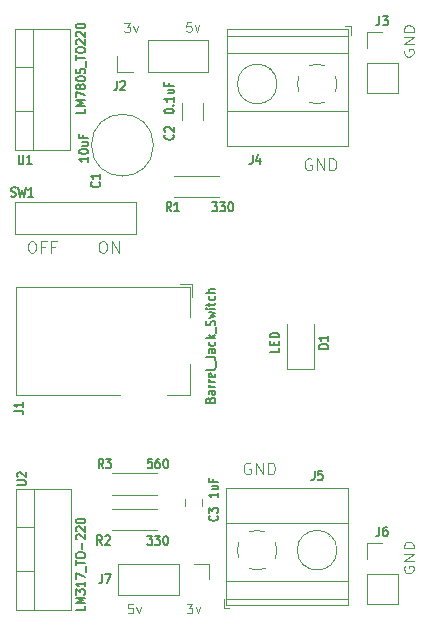
<source format=gto>
%TF.GenerationSoftware,KiCad,Pcbnew,8.0.7*%
%TF.CreationDate,2025-02-08T15:19:53+05:30*%
%TF.ProjectId,Bread_Board_Power_supply,42726561-645f-4426-9f61-72645f506f77,rev?*%
%TF.SameCoordinates,Original*%
%TF.FileFunction,Legend,Top*%
%TF.FilePolarity,Positive*%
%FSLAX46Y46*%
G04 Gerber Fmt 4.6, Leading zero omitted, Abs format (unit mm)*
G04 Created by KiCad (PCBNEW 8.0.7) date 2025-02-08 15:19:53*
%MOMM*%
%LPD*%
G01*
G04 APERTURE LIST*
%ADD10C,0.100000*%
%ADD11C,0.150000*%
%ADD12C,0.120000*%
G04 APERTURE END LIST*
D10*
X78887217Y-147096895D02*
X78506265Y-147096895D01*
X78506265Y-147096895D02*
X78468169Y-147477847D01*
X78468169Y-147477847D02*
X78506265Y-147439752D01*
X78506265Y-147439752D02*
X78582455Y-147401657D01*
X78582455Y-147401657D02*
X78772931Y-147401657D01*
X78772931Y-147401657D02*
X78849122Y-147439752D01*
X78849122Y-147439752D02*
X78887217Y-147477847D01*
X78887217Y-147477847D02*
X78925312Y-147554038D01*
X78925312Y-147554038D02*
X78925312Y-147744514D01*
X78925312Y-147744514D02*
X78887217Y-147820704D01*
X78887217Y-147820704D02*
X78849122Y-147858800D01*
X78849122Y-147858800D02*
X78772931Y-147896895D01*
X78772931Y-147896895D02*
X78582455Y-147896895D01*
X78582455Y-147896895D02*
X78506265Y-147858800D01*
X78506265Y-147858800D02*
X78468169Y-147820704D01*
X79191979Y-147363561D02*
X79382455Y-147896895D01*
X79382455Y-147896895D02*
X79572932Y-147363561D01*
X88827693Y-135170038D02*
X88732455Y-135122419D01*
X88732455Y-135122419D02*
X88589598Y-135122419D01*
X88589598Y-135122419D02*
X88446741Y-135170038D01*
X88446741Y-135170038D02*
X88351503Y-135265276D01*
X88351503Y-135265276D02*
X88303884Y-135360514D01*
X88303884Y-135360514D02*
X88256265Y-135550990D01*
X88256265Y-135550990D02*
X88256265Y-135693847D01*
X88256265Y-135693847D02*
X88303884Y-135884323D01*
X88303884Y-135884323D02*
X88351503Y-135979561D01*
X88351503Y-135979561D02*
X88446741Y-136074800D01*
X88446741Y-136074800D02*
X88589598Y-136122419D01*
X88589598Y-136122419D02*
X88684836Y-136122419D01*
X88684836Y-136122419D02*
X88827693Y-136074800D01*
X88827693Y-136074800D02*
X88875312Y-136027180D01*
X88875312Y-136027180D02*
X88875312Y-135693847D01*
X88875312Y-135693847D02*
X88684836Y-135693847D01*
X89303884Y-136122419D02*
X89303884Y-135122419D01*
X89303884Y-135122419D02*
X89875312Y-136122419D01*
X89875312Y-136122419D02*
X89875312Y-135122419D01*
X90351503Y-136122419D02*
X90351503Y-135122419D01*
X90351503Y-135122419D02*
X90589598Y-135122419D01*
X90589598Y-135122419D02*
X90732455Y-135170038D01*
X90732455Y-135170038D02*
X90827693Y-135265276D01*
X90827693Y-135265276D02*
X90875312Y-135360514D01*
X90875312Y-135360514D02*
X90922931Y-135550990D01*
X90922931Y-135550990D02*
X90922931Y-135693847D01*
X90922931Y-135693847D02*
X90875312Y-135884323D01*
X90875312Y-135884323D02*
X90827693Y-135979561D01*
X90827693Y-135979561D02*
X90732455Y-136074800D01*
X90732455Y-136074800D02*
X90589598Y-136122419D01*
X90589598Y-136122419D02*
X90351503Y-136122419D01*
X101884990Y-100172306D02*
X101846895Y-100267544D01*
X101846895Y-100267544D02*
X101846895Y-100410401D01*
X101846895Y-100410401D02*
X101884990Y-100553258D01*
X101884990Y-100553258D02*
X101961180Y-100648496D01*
X101961180Y-100648496D02*
X102037371Y-100696115D01*
X102037371Y-100696115D02*
X102189752Y-100743734D01*
X102189752Y-100743734D02*
X102304038Y-100743734D01*
X102304038Y-100743734D02*
X102456419Y-100696115D01*
X102456419Y-100696115D02*
X102532609Y-100648496D01*
X102532609Y-100648496D02*
X102608800Y-100553258D01*
X102608800Y-100553258D02*
X102646895Y-100410401D01*
X102646895Y-100410401D02*
X102646895Y-100315163D01*
X102646895Y-100315163D02*
X102608800Y-100172306D01*
X102608800Y-100172306D02*
X102570704Y-100124687D01*
X102570704Y-100124687D02*
X102304038Y-100124687D01*
X102304038Y-100124687D02*
X102304038Y-100315163D01*
X102646895Y-99696115D02*
X101846895Y-99696115D01*
X101846895Y-99696115D02*
X102646895Y-99124687D01*
X102646895Y-99124687D02*
X101846895Y-99124687D01*
X102646895Y-98648496D02*
X101846895Y-98648496D01*
X101846895Y-98648496D02*
X101846895Y-98410401D01*
X101846895Y-98410401D02*
X101884990Y-98267544D01*
X101884990Y-98267544D02*
X101961180Y-98172306D01*
X101961180Y-98172306D02*
X102037371Y-98124687D01*
X102037371Y-98124687D02*
X102189752Y-98077068D01*
X102189752Y-98077068D02*
X102304038Y-98077068D01*
X102304038Y-98077068D02*
X102456419Y-98124687D01*
X102456419Y-98124687D02*
X102532609Y-98172306D01*
X102532609Y-98172306D02*
X102608800Y-98267544D01*
X102608800Y-98267544D02*
X102646895Y-98410401D01*
X102646895Y-98410401D02*
X102646895Y-98648496D01*
X83430074Y-147096895D02*
X83925312Y-147096895D01*
X83925312Y-147096895D02*
X83658646Y-147401657D01*
X83658646Y-147401657D02*
X83772931Y-147401657D01*
X83772931Y-147401657D02*
X83849122Y-147439752D01*
X83849122Y-147439752D02*
X83887217Y-147477847D01*
X83887217Y-147477847D02*
X83925312Y-147554038D01*
X83925312Y-147554038D02*
X83925312Y-147744514D01*
X83925312Y-147744514D02*
X83887217Y-147820704D01*
X83887217Y-147820704D02*
X83849122Y-147858800D01*
X83849122Y-147858800D02*
X83772931Y-147896895D01*
X83772931Y-147896895D02*
X83544360Y-147896895D01*
X83544360Y-147896895D02*
X83468169Y-147858800D01*
X83468169Y-147858800D02*
X83430074Y-147820704D01*
X84191979Y-147363561D02*
X84382455Y-147896895D01*
X84382455Y-147896895D02*
X84572932Y-147363561D01*
X78158074Y-97902895D02*
X78653312Y-97902895D01*
X78653312Y-97902895D02*
X78386646Y-98207657D01*
X78386646Y-98207657D02*
X78500931Y-98207657D01*
X78500931Y-98207657D02*
X78577122Y-98245752D01*
X78577122Y-98245752D02*
X78615217Y-98283847D01*
X78615217Y-98283847D02*
X78653312Y-98360038D01*
X78653312Y-98360038D02*
X78653312Y-98550514D01*
X78653312Y-98550514D02*
X78615217Y-98626704D01*
X78615217Y-98626704D02*
X78577122Y-98664800D01*
X78577122Y-98664800D02*
X78500931Y-98702895D01*
X78500931Y-98702895D02*
X78272360Y-98702895D01*
X78272360Y-98702895D02*
X78196169Y-98664800D01*
X78196169Y-98664800D02*
X78158074Y-98626704D01*
X78919979Y-98169561D02*
X79110455Y-98702895D01*
X79110455Y-98702895D02*
X79300932Y-98169561D01*
X70244360Y-116372419D02*
X70434836Y-116372419D01*
X70434836Y-116372419D02*
X70530074Y-116420038D01*
X70530074Y-116420038D02*
X70625312Y-116515276D01*
X70625312Y-116515276D02*
X70672931Y-116705752D01*
X70672931Y-116705752D02*
X70672931Y-117039085D01*
X70672931Y-117039085D02*
X70625312Y-117229561D01*
X70625312Y-117229561D02*
X70530074Y-117324800D01*
X70530074Y-117324800D02*
X70434836Y-117372419D01*
X70434836Y-117372419D02*
X70244360Y-117372419D01*
X70244360Y-117372419D02*
X70149122Y-117324800D01*
X70149122Y-117324800D02*
X70053884Y-117229561D01*
X70053884Y-117229561D02*
X70006265Y-117039085D01*
X70006265Y-117039085D02*
X70006265Y-116705752D01*
X70006265Y-116705752D02*
X70053884Y-116515276D01*
X70053884Y-116515276D02*
X70149122Y-116420038D01*
X70149122Y-116420038D02*
X70244360Y-116372419D01*
X71434836Y-116848609D02*
X71101503Y-116848609D01*
X71101503Y-117372419D02*
X71101503Y-116372419D01*
X71101503Y-116372419D02*
X71577693Y-116372419D01*
X72291979Y-116848609D02*
X71958646Y-116848609D01*
X71958646Y-117372419D02*
X71958646Y-116372419D01*
X71958646Y-116372419D02*
X72434836Y-116372419D01*
X101884990Y-143922306D02*
X101846895Y-144017544D01*
X101846895Y-144017544D02*
X101846895Y-144160401D01*
X101846895Y-144160401D02*
X101884990Y-144303258D01*
X101884990Y-144303258D02*
X101961180Y-144398496D01*
X101961180Y-144398496D02*
X102037371Y-144446115D01*
X102037371Y-144446115D02*
X102189752Y-144493734D01*
X102189752Y-144493734D02*
X102304038Y-144493734D01*
X102304038Y-144493734D02*
X102456419Y-144446115D01*
X102456419Y-144446115D02*
X102532609Y-144398496D01*
X102532609Y-144398496D02*
X102608800Y-144303258D01*
X102608800Y-144303258D02*
X102646895Y-144160401D01*
X102646895Y-144160401D02*
X102646895Y-144065163D01*
X102646895Y-144065163D02*
X102608800Y-143922306D01*
X102608800Y-143922306D02*
X102570704Y-143874687D01*
X102570704Y-143874687D02*
X102304038Y-143874687D01*
X102304038Y-143874687D02*
X102304038Y-144065163D01*
X102646895Y-143446115D02*
X101846895Y-143446115D01*
X101846895Y-143446115D02*
X102646895Y-142874687D01*
X102646895Y-142874687D02*
X101846895Y-142874687D01*
X102646895Y-142398496D02*
X101846895Y-142398496D01*
X101846895Y-142398496D02*
X101846895Y-142160401D01*
X101846895Y-142160401D02*
X101884990Y-142017544D01*
X101884990Y-142017544D02*
X101961180Y-141922306D01*
X101961180Y-141922306D02*
X102037371Y-141874687D01*
X102037371Y-141874687D02*
X102189752Y-141827068D01*
X102189752Y-141827068D02*
X102304038Y-141827068D01*
X102304038Y-141827068D02*
X102456419Y-141874687D01*
X102456419Y-141874687D02*
X102532609Y-141922306D01*
X102532609Y-141922306D02*
X102608800Y-142017544D01*
X102608800Y-142017544D02*
X102646895Y-142160401D01*
X102646895Y-142160401D02*
X102646895Y-142398496D01*
X76244360Y-116372419D02*
X76434836Y-116372419D01*
X76434836Y-116372419D02*
X76530074Y-116420038D01*
X76530074Y-116420038D02*
X76625312Y-116515276D01*
X76625312Y-116515276D02*
X76672931Y-116705752D01*
X76672931Y-116705752D02*
X76672931Y-117039085D01*
X76672931Y-117039085D02*
X76625312Y-117229561D01*
X76625312Y-117229561D02*
X76530074Y-117324800D01*
X76530074Y-117324800D02*
X76434836Y-117372419D01*
X76434836Y-117372419D02*
X76244360Y-117372419D01*
X76244360Y-117372419D02*
X76149122Y-117324800D01*
X76149122Y-117324800D02*
X76053884Y-117229561D01*
X76053884Y-117229561D02*
X76006265Y-117039085D01*
X76006265Y-117039085D02*
X76006265Y-116705752D01*
X76006265Y-116705752D02*
X76053884Y-116515276D01*
X76053884Y-116515276D02*
X76149122Y-116420038D01*
X76149122Y-116420038D02*
X76244360Y-116372419D01*
X77101503Y-117372419D02*
X77101503Y-116372419D01*
X77101503Y-116372419D02*
X77672931Y-117372419D01*
X77672931Y-117372419D02*
X77672931Y-116372419D01*
X94002693Y-109420038D02*
X93907455Y-109372419D01*
X93907455Y-109372419D02*
X93764598Y-109372419D01*
X93764598Y-109372419D02*
X93621741Y-109420038D01*
X93621741Y-109420038D02*
X93526503Y-109515276D01*
X93526503Y-109515276D02*
X93478884Y-109610514D01*
X93478884Y-109610514D02*
X93431265Y-109800990D01*
X93431265Y-109800990D02*
X93431265Y-109943847D01*
X93431265Y-109943847D02*
X93478884Y-110134323D01*
X93478884Y-110134323D02*
X93526503Y-110229561D01*
X93526503Y-110229561D02*
X93621741Y-110324800D01*
X93621741Y-110324800D02*
X93764598Y-110372419D01*
X93764598Y-110372419D02*
X93859836Y-110372419D01*
X93859836Y-110372419D02*
X94002693Y-110324800D01*
X94002693Y-110324800D02*
X94050312Y-110277180D01*
X94050312Y-110277180D02*
X94050312Y-109943847D01*
X94050312Y-109943847D02*
X93859836Y-109943847D01*
X94478884Y-110372419D02*
X94478884Y-109372419D01*
X94478884Y-109372419D02*
X95050312Y-110372419D01*
X95050312Y-110372419D02*
X95050312Y-109372419D01*
X95526503Y-110372419D02*
X95526503Y-109372419D01*
X95526503Y-109372419D02*
X95764598Y-109372419D01*
X95764598Y-109372419D02*
X95907455Y-109420038D01*
X95907455Y-109420038D02*
X96002693Y-109515276D01*
X96002693Y-109515276D02*
X96050312Y-109610514D01*
X96050312Y-109610514D02*
X96097931Y-109800990D01*
X96097931Y-109800990D02*
X96097931Y-109943847D01*
X96097931Y-109943847D02*
X96050312Y-110134323D01*
X96050312Y-110134323D02*
X96002693Y-110229561D01*
X96002693Y-110229561D02*
X95907455Y-110324800D01*
X95907455Y-110324800D02*
X95764598Y-110372419D01*
X95764598Y-110372419D02*
X95526503Y-110372419D01*
X83822217Y-97852095D02*
X83441265Y-97852095D01*
X83441265Y-97852095D02*
X83403169Y-98233047D01*
X83403169Y-98233047D02*
X83441265Y-98194952D01*
X83441265Y-98194952D02*
X83517455Y-98156857D01*
X83517455Y-98156857D02*
X83707931Y-98156857D01*
X83707931Y-98156857D02*
X83784122Y-98194952D01*
X83784122Y-98194952D02*
X83822217Y-98233047D01*
X83822217Y-98233047D02*
X83860312Y-98309238D01*
X83860312Y-98309238D02*
X83860312Y-98499714D01*
X83860312Y-98499714D02*
X83822217Y-98575904D01*
X83822217Y-98575904D02*
X83784122Y-98614000D01*
X83784122Y-98614000D02*
X83707931Y-98652095D01*
X83707931Y-98652095D02*
X83517455Y-98652095D01*
X83517455Y-98652095D02*
X83441265Y-98614000D01*
X83441265Y-98614000D02*
X83403169Y-98575904D01*
X84126979Y-98118761D02*
X84317455Y-98652095D01*
X84317455Y-98652095D02*
X84507932Y-98118761D01*
D11*
X99766666Y-140562295D02*
X99766666Y-141133723D01*
X99766666Y-141133723D02*
X99733333Y-141248009D01*
X99733333Y-141248009D02*
X99666666Y-141324200D01*
X99666666Y-141324200D02*
X99566666Y-141362295D01*
X99566666Y-141362295D02*
X99500000Y-141362295D01*
X100399999Y-140562295D02*
X100266666Y-140562295D01*
X100266666Y-140562295D02*
X100199999Y-140600390D01*
X100199999Y-140600390D02*
X100166666Y-140638485D01*
X100166666Y-140638485D02*
X100099999Y-140752771D01*
X100099999Y-140752771D02*
X100066666Y-140905152D01*
X100066666Y-140905152D02*
X100066666Y-141209914D01*
X100066666Y-141209914D02*
X100099999Y-141286104D01*
X100099999Y-141286104D02*
X100133333Y-141324200D01*
X100133333Y-141324200D02*
X100199999Y-141362295D01*
X100199999Y-141362295D02*
X100333333Y-141362295D01*
X100333333Y-141362295D02*
X100399999Y-141324200D01*
X100399999Y-141324200D02*
X100433333Y-141286104D01*
X100433333Y-141286104D02*
X100466666Y-141209914D01*
X100466666Y-141209914D02*
X100466666Y-141019438D01*
X100466666Y-141019438D02*
X100433333Y-140943247D01*
X100433333Y-140943247D02*
X100399999Y-140905152D01*
X100399999Y-140905152D02*
X100333333Y-140867057D01*
X100333333Y-140867057D02*
X100199999Y-140867057D01*
X100199999Y-140867057D02*
X100133333Y-140905152D01*
X100133333Y-140905152D02*
X100099999Y-140943247D01*
X100099999Y-140943247D02*
X100066666Y-141019438D01*
X76266666Y-144562295D02*
X76266666Y-145133723D01*
X76266666Y-145133723D02*
X76233333Y-145248009D01*
X76233333Y-145248009D02*
X76166666Y-145324200D01*
X76166666Y-145324200D02*
X76066666Y-145362295D01*
X76066666Y-145362295D02*
X76000000Y-145362295D01*
X76533333Y-144562295D02*
X76999999Y-144562295D01*
X76999999Y-144562295D02*
X76699999Y-145362295D01*
X82133333Y-113862295D02*
X81900000Y-113481342D01*
X81733333Y-113862295D02*
X81733333Y-113062295D01*
X81733333Y-113062295D02*
X82000000Y-113062295D01*
X82000000Y-113062295D02*
X82066667Y-113100390D01*
X82066667Y-113100390D02*
X82100000Y-113138485D01*
X82100000Y-113138485D02*
X82133333Y-113214676D01*
X82133333Y-113214676D02*
X82133333Y-113328961D01*
X82133333Y-113328961D02*
X82100000Y-113405152D01*
X82100000Y-113405152D02*
X82066667Y-113443247D01*
X82066667Y-113443247D02*
X82000000Y-113481342D01*
X82000000Y-113481342D02*
X81733333Y-113481342D01*
X82800000Y-113862295D02*
X82400000Y-113862295D01*
X82600000Y-113862295D02*
X82600000Y-113062295D01*
X82600000Y-113062295D02*
X82533333Y-113176580D01*
X82533333Y-113176580D02*
X82466667Y-113252771D01*
X82466667Y-113252771D02*
X82400000Y-113290866D01*
X85600000Y-113062295D02*
X86033333Y-113062295D01*
X86033333Y-113062295D02*
X85800000Y-113367057D01*
X85800000Y-113367057D02*
X85900000Y-113367057D01*
X85900000Y-113367057D02*
X85966666Y-113405152D01*
X85966666Y-113405152D02*
X86000000Y-113443247D01*
X86000000Y-113443247D02*
X86033333Y-113519438D01*
X86033333Y-113519438D02*
X86033333Y-113709914D01*
X86033333Y-113709914D02*
X86000000Y-113786104D01*
X86000000Y-113786104D02*
X85966666Y-113824200D01*
X85966666Y-113824200D02*
X85900000Y-113862295D01*
X85900000Y-113862295D02*
X85700000Y-113862295D01*
X85700000Y-113862295D02*
X85633333Y-113824200D01*
X85633333Y-113824200D02*
X85600000Y-113786104D01*
X86266667Y-113062295D02*
X86700000Y-113062295D01*
X86700000Y-113062295D02*
X86466667Y-113367057D01*
X86466667Y-113367057D02*
X86566667Y-113367057D01*
X86566667Y-113367057D02*
X86633333Y-113405152D01*
X86633333Y-113405152D02*
X86666667Y-113443247D01*
X86666667Y-113443247D02*
X86700000Y-113519438D01*
X86700000Y-113519438D02*
X86700000Y-113709914D01*
X86700000Y-113709914D02*
X86666667Y-113786104D01*
X86666667Y-113786104D02*
X86633333Y-113824200D01*
X86633333Y-113824200D02*
X86566667Y-113862295D01*
X86566667Y-113862295D02*
X86366667Y-113862295D01*
X86366667Y-113862295D02*
X86300000Y-113824200D01*
X86300000Y-113824200D02*
X86266667Y-113786104D01*
X87133334Y-113062295D02*
X87200000Y-113062295D01*
X87200000Y-113062295D02*
X87266667Y-113100390D01*
X87266667Y-113100390D02*
X87300000Y-113138485D01*
X87300000Y-113138485D02*
X87333334Y-113214676D01*
X87333334Y-113214676D02*
X87366667Y-113367057D01*
X87366667Y-113367057D02*
X87366667Y-113557533D01*
X87366667Y-113557533D02*
X87333334Y-113709914D01*
X87333334Y-113709914D02*
X87300000Y-113786104D01*
X87300000Y-113786104D02*
X87266667Y-113824200D01*
X87266667Y-113824200D02*
X87200000Y-113862295D01*
X87200000Y-113862295D02*
X87133334Y-113862295D01*
X87133334Y-113862295D02*
X87066667Y-113824200D01*
X87066667Y-113824200D02*
X87033334Y-113786104D01*
X87033334Y-113786104D02*
X87000000Y-113709914D01*
X87000000Y-113709914D02*
X86966667Y-113557533D01*
X86966667Y-113557533D02*
X86966667Y-113367057D01*
X86966667Y-113367057D02*
X87000000Y-113214676D01*
X87000000Y-113214676D02*
X87033334Y-113138485D01*
X87033334Y-113138485D02*
X87066667Y-113100390D01*
X87066667Y-113100390D02*
X87133334Y-113062295D01*
X76383333Y-135612295D02*
X76150000Y-135231342D01*
X75983333Y-135612295D02*
X75983333Y-134812295D01*
X75983333Y-134812295D02*
X76250000Y-134812295D01*
X76250000Y-134812295D02*
X76316667Y-134850390D01*
X76316667Y-134850390D02*
X76350000Y-134888485D01*
X76350000Y-134888485D02*
X76383333Y-134964676D01*
X76383333Y-134964676D02*
X76383333Y-135078961D01*
X76383333Y-135078961D02*
X76350000Y-135155152D01*
X76350000Y-135155152D02*
X76316667Y-135193247D01*
X76316667Y-135193247D02*
X76250000Y-135231342D01*
X76250000Y-135231342D02*
X75983333Y-135231342D01*
X76616667Y-134812295D02*
X77050000Y-134812295D01*
X77050000Y-134812295D02*
X76816667Y-135117057D01*
X76816667Y-135117057D02*
X76916667Y-135117057D01*
X76916667Y-135117057D02*
X76983333Y-135155152D01*
X76983333Y-135155152D02*
X77016667Y-135193247D01*
X77016667Y-135193247D02*
X77050000Y-135269438D01*
X77050000Y-135269438D02*
X77050000Y-135459914D01*
X77050000Y-135459914D02*
X77016667Y-135536104D01*
X77016667Y-135536104D02*
X76983333Y-135574200D01*
X76983333Y-135574200D02*
X76916667Y-135612295D01*
X76916667Y-135612295D02*
X76716667Y-135612295D01*
X76716667Y-135612295D02*
X76650000Y-135574200D01*
X76650000Y-135574200D02*
X76616667Y-135536104D01*
X80500000Y-134812295D02*
X80166666Y-134812295D01*
X80166666Y-134812295D02*
X80133333Y-135193247D01*
X80133333Y-135193247D02*
X80166666Y-135155152D01*
X80166666Y-135155152D02*
X80233333Y-135117057D01*
X80233333Y-135117057D02*
X80400000Y-135117057D01*
X80400000Y-135117057D02*
X80466666Y-135155152D01*
X80466666Y-135155152D02*
X80500000Y-135193247D01*
X80500000Y-135193247D02*
X80533333Y-135269438D01*
X80533333Y-135269438D02*
X80533333Y-135459914D01*
X80533333Y-135459914D02*
X80500000Y-135536104D01*
X80500000Y-135536104D02*
X80466666Y-135574200D01*
X80466666Y-135574200D02*
X80400000Y-135612295D01*
X80400000Y-135612295D02*
X80233333Y-135612295D01*
X80233333Y-135612295D02*
X80166666Y-135574200D01*
X80166666Y-135574200D02*
X80133333Y-135536104D01*
X81133333Y-134812295D02*
X81000000Y-134812295D01*
X81000000Y-134812295D02*
X80933333Y-134850390D01*
X80933333Y-134850390D02*
X80900000Y-134888485D01*
X80900000Y-134888485D02*
X80833333Y-135002771D01*
X80833333Y-135002771D02*
X80800000Y-135155152D01*
X80800000Y-135155152D02*
X80800000Y-135459914D01*
X80800000Y-135459914D02*
X80833333Y-135536104D01*
X80833333Y-135536104D02*
X80866667Y-135574200D01*
X80866667Y-135574200D02*
X80933333Y-135612295D01*
X80933333Y-135612295D02*
X81066667Y-135612295D01*
X81066667Y-135612295D02*
X81133333Y-135574200D01*
X81133333Y-135574200D02*
X81166667Y-135536104D01*
X81166667Y-135536104D02*
X81200000Y-135459914D01*
X81200000Y-135459914D02*
X81200000Y-135269438D01*
X81200000Y-135269438D02*
X81166667Y-135193247D01*
X81166667Y-135193247D02*
X81133333Y-135155152D01*
X81133333Y-135155152D02*
X81066667Y-135117057D01*
X81066667Y-135117057D02*
X80933333Y-135117057D01*
X80933333Y-135117057D02*
X80866667Y-135155152D01*
X80866667Y-135155152D02*
X80833333Y-135193247D01*
X80833333Y-135193247D02*
X80800000Y-135269438D01*
X81633334Y-134812295D02*
X81700000Y-134812295D01*
X81700000Y-134812295D02*
X81766667Y-134850390D01*
X81766667Y-134850390D02*
X81800000Y-134888485D01*
X81800000Y-134888485D02*
X81833334Y-134964676D01*
X81833334Y-134964676D02*
X81866667Y-135117057D01*
X81866667Y-135117057D02*
X81866667Y-135307533D01*
X81866667Y-135307533D02*
X81833334Y-135459914D01*
X81833334Y-135459914D02*
X81800000Y-135536104D01*
X81800000Y-135536104D02*
X81766667Y-135574200D01*
X81766667Y-135574200D02*
X81700000Y-135612295D01*
X81700000Y-135612295D02*
X81633334Y-135612295D01*
X81633334Y-135612295D02*
X81566667Y-135574200D01*
X81566667Y-135574200D02*
X81533334Y-135536104D01*
X81533334Y-135536104D02*
X81500000Y-135459914D01*
X81500000Y-135459914D02*
X81466667Y-135307533D01*
X81466667Y-135307533D02*
X81466667Y-135117057D01*
X81466667Y-135117057D02*
X81500000Y-134964676D01*
X81500000Y-134964676D02*
X81533334Y-134888485D01*
X81533334Y-134888485D02*
X81566667Y-134850390D01*
X81566667Y-134850390D02*
X81633334Y-134812295D01*
X77516666Y-102812295D02*
X77516666Y-103383723D01*
X77516666Y-103383723D02*
X77483333Y-103498009D01*
X77483333Y-103498009D02*
X77416666Y-103574200D01*
X77416666Y-103574200D02*
X77316666Y-103612295D01*
X77316666Y-103612295D02*
X77250000Y-103612295D01*
X77816666Y-102888485D02*
X77849999Y-102850390D01*
X77849999Y-102850390D02*
X77916666Y-102812295D01*
X77916666Y-102812295D02*
X78083333Y-102812295D01*
X78083333Y-102812295D02*
X78149999Y-102850390D01*
X78149999Y-102850390D02*
X78183333Y-102888485D01*
X78183333Y-102888485D02*
X78216666Y-102964676D01*
X78216666Y-102964676D02*
X78216666Y-103040866D01*
X78216666Y-103040866D02*
X78183333Y-103155152D01*
X78183333Y-103155152D02*
X77783333Y-103612295D01*
X77783333Y-103612295D02*
X78216666Y-103612295D01*
X94266666Y-135812295D02*
X94266666Y-136383723D01*
X94266666Y-136383723D02*
X94233333Y-136498009D01*
X94233333Y-136498009D02*
X94166666Y-136574200D01*
X94166666Y-136574200D02*
X94066666Y-136612295D01*
X94066666Y-136612295D02*
X94000000Y-136612295D01*
X94933333Y-135812295D02*
X94599999Y-135812295D01*
X94599999Y-135812295D02*
X94566666Y-136193247D01*
X94566666Y-136193247D02*
X94599999Y-136155152D01*
X94599999Y-136155152D02*
X94666666Y-136117057D01*
X94666666Y-136117057D02*
X94833333Y-136117057D01*
X94833333Y-136117057D02*
X94899999Y-136155152D01*
X94899999Y-136155152D02*
X94933333Y-136193247D01*
X94933333Y-136193247D02*
X94966666Y-136269438D01*
X94966666Y-136269438D02*
X94966666Y-136459914D01*
X94966666Y-136459914D02*
X94933333Y-136536104D01*
X94933333Y-136536104D02*
X94899999Y-136574200D01*
X94899999Y-136574200D02*
X94833333Y-136612295D01*
X94833333Y-136612295D02*
X94666666Y-136612295D01*
X94666666Y-136612295D02*
X94599999Y-136574200D01*
X94599999Y-136574200D02*
X94566666Y-136536104D01*
X86036104Y-139616666D02*
X86074200Y-139649999D01*
X86074200Y-139649999D02*
X86112295Y-139749999D01*
X86112295Y-139749999D02*
X86112295Y-139816666D01*
X86112295Y-139816666D02*
X86074200Y-139916666D01*
X86074200Y-139916666D02*
X85998009Y-139983333D01*
X85998009Y-139983333D02*
X85921819Y-140016666D01*
X85921819Y-140016666D02*
X85769438Y-140049999D01*
X85769438Y-140049999D02*
X85655152Y-140049999D01*
X85655152Y-140049999D02*
X85502771Y-140016666D01*
X85502771Y-140016666D02*
X85426580Y-139983333D01*
X85426580Y-139983333D02*
X85350390Y-139916666D01*
X85350390Y-139916666D02*
X85312295Y-139816666D01*
X85312295Y-139816666D02*
X85312295Y-139749999D01*
X85312295Y-139749999D02*
X85350390Y-139649999D01*
X85350390Y-139649999D02*
X85388485Y-139616666D01*
X85312295Y-139383333D02*
X85312295Y-138949999D01*
X85312295Y-138949999D02*
X85617057Y-139183333D01*
X85617057Y-139183333D02*
X85617057Y-139083333D01*
X85617057Y-139083333D02*
X85655152Y-139016666D01*
X85655152Y-139016666D02*
X85693247Y-138983333D01*
X85693247Y-138983333D02*
X85769438Y-138949999D01*
X85769438Y-138949999D02*
X85959914Y-138949999D01*
X85959914Y-138949999D02*
X86036104Y-138983333D01*
X86036104Y-138983333D02*
X86074200Y-139016666D01*
X86074200Y-139016666D02*
X86112295Y-139083333D01*
X86112295Y-139083333D02*
X86112295Y-139283333D01*
X86112295Y-139283333D02*
X86074200Y-139349999D01*
X86074200Y-139349999D02*
X86036104Y-139383333D01*
X86112295Y-137666666D02*
X86112295Y-138066666D01*
X86112295Y-137866666D02*
X85312295Y-137866666D01*
X85312295Y-137866666D02*
X85426580Y-137933333D01*
X85426580Y-137933333D02*
X85502771Y-138000000D01*
X85502771Y-138000000D02*
X85540866Y-138066666D01*
X85578961Y-137066666D02*
X86112295Y-137066666D01*
X85578961Y-137366666D02*
X85998009Y-137366666D01*
X85998009Y-137366666D02*
X86074200Y-137333333D01*
X86074200Y-137333333D02*
X86112295Y-137266666D01*
X86112295Y-137266666D02*
X86112295Y-137166666D01*
X86112295Y-137166666D02*
X86074200Y-137099999D01*
X86074200Y-137099999D02*
X86036104Y-137066666D01*
X85693247Y-136500000D02*
X85693247Y-136733333D01*
X86112295Y-136733333D02*
X85312295Y-136733333D01*
X85312295Y-136733333D02*
X85312295Y-136400000D01*
X82286104Y-107366666D02*
X82324200Y-107399999D01*
X82324200Y-107399999D02*
X82362295Y-107499999D01*
X82362295Y-107499999D02*
X82362295Y-107566666D01*
X82362295Y-107566666D02*
X82324200Y-107666666D01*
X82324200Y-107666666D02*
X82248009Y-107733333D01*
X82248009Y-107733333D02*
X82171819Y-107766666D01*
X82171819Y-107766666D02*
X82019438Y-107799999D01*
X82019438Y-107799999D02*
X81905152Y-107799999D01*
X81905152Y-107799999D02*
X81752771Y-107766666D01*
X81752771Y-107766666D02*
X81676580Y-107733333D01*
X81676580Y-107733333D02*
X81600390Y-107666666D01*
X81600390Y-107666666D02*
X81562295Y-107566666D01*
X81562295Y-107566666D02*
X81562295Y-107499999D01*
X81562295Y-107499999D02*
X81600390Y-107399999D01*
X81600390Y-107399999D02*
X81638485Y-107366666D01*
X81638485Y-107099999D02*
X81600390Y-107066666D01*
X81600390Y-107066666D02*
X81562295Y-106999999D01*
X81562295Y-106999999D02*
X81562295Y-106833333D01*
X81562295Y-106833333D02*
X81600390Y-106766666D01*
X81600390Y-106766666D02*
X81638485Y-106733333D01*
X81638485Y-106733333D02*
X81714676Y-106699999D01*
X81714676Y-106699999D02*
X81790866Y-106699999D01*
X81790866Y-106699999D02*
X81905152Y-106733333D01*
X81905152Y-106733333D02*
X82362295Y-107133333D01*
X82362295Y-107133333D02*
X82362295Y-106699999D01*
X81562295Y-105400000D02*
X81562295Y-105333333D01*
X81562295Y-105333333D02*
X81600390Y-105266666D01*
X81600390Y-105266666D02*
X81638485Y-105233333D01*
X81638485Y-105233333D02*
X81714676Y-105200000D01*
X81714676Y-105200000D02*
X81867057Y-105166666D01*
X81867057Y-105166666D02*
X82057533Y-105166666D01*
X82057533Y-105166666D02*
X82209914Y-105200000D01*
X82209914Y-105200000D02*
X82286104Y-105233333D01*
X82286104Y-105233333D02*
X82324200Y-105266666D01*
X82324200Y-105266666D02*
X82362295Y-105333333D01*
X82362295Y-105333333D02*
X82362295Y-105400000D01*
X82362295Y-105400000D02*
X82324200Y-105466666D01*
X82324200Y-105466666D02*
X82286104Y-105500000D01*
X82286104Y-105500000D02*
X82209914Y-105533333D01*
X82209914Y-105533333D02*
X82057533Y-105566666D01*
X82057533Y-105566666D02*
X81867057Y-105566666D01*
X81867057Y-105566666D02*
X81714676Y-105533333D01*
X81714676Y-105533333D02*
X81638485Y-105500000D01*
X81638485Y-105500000D02*
X81600390Y-105466666D01*
X81600390Y-105466666D02*
X81562295Y-105400000D01*
X82286104Y-104866666D02*
X82324200Y-104833333D01*
X82324200Y-104833333D02*
X82362295Y-104866666D01*
X82362295Y-104866666D02*
X82324200Y-104899999D01*
X82324200Y-104899999D02*
X82286104Y-104866666D01*
X82286104Y-104866666D02*
X82362295Y-104866666D01*
X82362295Y-104166666D02*
X82362295Y-104566666D01*
X82362295Y-104366666D02*
X81562295Y-104366666D01*
X81562295Y-104366666D02*
X81676580Y-104433333D01*
X81676580Y-104433333D02*
X81752771Y-104500000D01*
X81752771Y-104500000D02*
X81790866Y-104566666D01*
X81828961Y-103566666D02*
X82362295Y-103566666D01*
X81828961Y-103866666D02*
X82248009Y-103866666D01*
X82248009Y-103866666D02*
X82324200Y-103833333D01*
X82324200Y-103833333D02*
X82362295Y-103766666D01*
X82362295Y-103766666D02*
X82362295Y-103666666D01*
X82362295Y-103666666D02*
X82324200Y-103599999D01*
X82324200Y-103599999D02*
X82286104Y-103566666D01*
X81943247Y-103000000D02*
X81943247Y-103233333D01*
X82362295Y-103233333D02*
X81562295Y-103233333D01*
X81562295Y-103233333D02*
X81562295Y-102900000D01*
X95412295Y-125466666D02*
X94612295Y-125466666D01*
X94612295Y-125466666D02*
X94612295Y-125299999D01*
X94612295Y-125299999D02*
X94650390Y-125199999D01*
X94650390Y-125199999D02*
X94726580Y-125133333D01*
X94726580Y-125133333D02*
X94802771Y-125099999D01*
X94802771Y-125099999D02*
X94955152Y-125066666D01*
X94955152Y-125066666D02*
X95069438Y-125066666D01*
X95069438Y-125066666D02*
X95221819Y-125099999D01*
X95221819Y-125099999D02*
X95298009Y-125133333D01*
X95298009Y-125133333D02*
X95374200Y-125199999D01*
X95374200Y-125199999D02*
X95412295Y-125299999D01*
X95412295Y-125299999D02*
X95412295Y-125466666D01*
X95412295Y-124399999D02*
X95412295Y-124799999D01*
X95412295Y-124599999D02*
X94612295Y-124599999D01*
X94612295Y-124599999D02*
X94726580Y-124666666D01*
X94726580Y-124666666D02*
X94802771Y-124733333D01*
X94802771Y-124733333D02*
X94840866Y-124799999D01*
X91262295Y-125400000D02*
X91262295Y-125733333D01*
X91262295Y-125733333D02*
X90462295Y-125733333D01*
X90843247Y-125166666D02*
X90843247Y-124933333D01*
X91262295Y-124833333D02*
X91262295Y-125166666D01*
X91262295Y-125166666D02*
X90462295Y-125166666D01*
X90462295Y-125166666D02*
X90462295Y-124833333D01*
X91262295Y-124533333D02*
X90462295Y-124533333D01*
X90462295Y-124533333D02*
X90462295Y-124366666D01*
X90462295Y-124366666D02*
X90500390Y-124266666D01*
X90500390Y-124266666D02*
X90576580Y-124200000D01*
X90576580Y-124200000D02*
X90652771Y-124166666D01*
X90652771Y-124166666D02*
X90805152Y-124133333D01*
X90805152Y-124133333D02*
X90919438Y-124133333D01*
X90919438Y-124133333D02*
X91071819Y-124166666D01*
X91071819Y-124166666D02*
X91148009Y-124200000D01*
X91148009Y-124200000D02*
X91224200Y-124266666D01*
X91224200Y-124266666D02*
X91262295Y-124366666D01*
X91262295Y-124366666D02*
X91262295Y-124533333D01*
X76283333Y-142062295D02*
X76050000Y-141681342D01*
X75883333Y-142062295D02*
X75883333Y-141262295D01*
X75883333Y-141262295D02*
X76150000Y-141262295D01*
X76150000Y-141262295D02*
X76216667Y-141300390D01*
X76216667Y-141300390D02*
X76250000Y-141338485D01*
X76250000Y-141338485D02*
X76283333Y-141414676D01*
X76283333Y-141414676D02*
X76283333Y-141528961D01*
X76283333Y-141528961D02*
X76250000Y-141605152D01*
X76250000Y-141605152D02*
X76216667Y-141643247D01*
X76216667Y-141643247D02*
X76150000Y-141681342D01*
X76150000Y-141681342D02*
X75883333Y-141681342D01*
X76550000Y-141338485D02*
X76583333Y-141300390D01*
X76583333Y-141300390D02*
X76650000Y-141262295D01*
X76650000Y-141262295D02*
X76816667Y-141262295D01*
X76816667Y-141262295D02*
X76883333Y-141300390D01*
X76883333Y-141300390D02*
X76916667Y-141338485D01*
X76916667Y-141338485D02*
X76950000Y-141414676D01*
X76950000Y-141414676D02*
X76950000Y-141490866D01*
X76950000Y-141490866D02*
X76916667Y-141605152D01*
X76916667Y-141605152D02*
X76516667Y-142062295D01*
X76516667Y-142062295D02*
X76950000Y-142062295D01*
X80100000Y-141312295D02*
X80533333Y-141312295D01*
X80533333Y-141312295D02*
X80300000Y-141617057D01*
X80300000Y-141617057D02*
X80400000Y-141617057D01*
X80400000Y-141617057D02*
X80466666Y-141655152D01*
X80466666Y-141655152D02*
X80500000Y-141693247D01*
X80500000Y-141693247D02*
X80533333Y-141769438D01*
X80533333Y-141769438D02*
X80533333Y-141959914D01*
X80533333Y-141959914D02*
X80500000Y-142036104D01*
X80500000Y-142036104D02*
X80466666Y-142074200D01*
X80466666Y-142074200D02*
X80400000Y-142112295D01*
X80400000Y-142112295D02*
X80200000Y-142112295D01*
X80200000Y-142112295D02*
X80133333Y-142074200D01*
X80133333Y-142074200D02*
X80100000Y-142036104D01*
X80766667Y-141312295D02*
X81200000Y-141312295D01*
X81200000Y-141312295D02*
X80966667Y-141617057D01*
X80966667Y-141617057D02*
X81066667Y-141617057D01*
X81066667Y-141617057D02*
X81133333Y-141655152D01*
X81133333Y-141655152D02*
X81166667Y-141693247D01*
X81166667Y-141693247D02*
X81200000Y-141769438D01*
X81200000Y-141769438D02*
X81200000Y-141959914D01*
X81200000Y-141959914D02*
X81166667Y-142036104D01*
X81166667Y-142036104D02*
X81133333Y-142074200D01*
X81133333Y-142074200D02*
X81066667Y-142112295D01*
X81066667Y-142112295D02*
X80866667Y-142112295D01*
X80866667Y-142112295D02*
X80800000Y-142074200D01*
X80800000Y-142074200D02*
X80766667Y-142036104D01*
X81633334Y-141312295D02*
X81700000Y-141312295D01*
X81700000Y-141312295D02*
X81766667Y-141350390D01*
X81766667Y-141350390D02*
X81800000Y-141388485D01*
X81800000Y-141388485D02*
X81833334Y-141464676D01*
X81833334Y-141464676D02*
X81866667Y-141617057D01*
X81866667Y-141617057D02*
X81866667Y-141807533D01*
X81866667Y-141807533D02*
X81833334Y-141959914D01*
X81833334Y-141959914D02*
X81800000Y-142036104D01*
X81800000Y-142036104D02*
X81766667Y-142074200D01*
X81766667Y-142074200D02*
X81700000Y-142112295D01*
X81700000Y-142112295D02*
X81633334Y-142112295D01*
X81633334Y-142112295D02*
X81566667Y-142074200D01*
X81566667Y-142074200D02*
X81533334Y-142036104D01*
X81533334Y-142036104D02*
X81500000Y-141959914D01*
X81500000Y-141959914D02*
X81466667Y-141807533D01*
X81466667Y-141807533D02*
X81466667Y-141617057D01*
X81466667Y-141617057D02*
X81500000Y-141464676D01*
X81500000Y-141464676D02*
X81533334Y-141388485D01*
X81533334Y-141388485D02*
X81566667Y-141350390D01*
X81566667Y-141350390D02*
X81633334Y-141312295D01*
X68812295Y-130733333D02*
X69383723Y-130733333D01*
X69383723Y-130733333D02*
X69498009Y-130766666D01*
X69498009Y-130766666D02*
X69574200Y-130833333D01*
X69574200Y-130833333D02*
X69612295Y-130933333D01*
X69612295Y-130933333D02*
X69612295Y-131000000D01*
X69612295Y-130033333D02*
X69612295Y-130433333D01*
X69612295Y-130233333D02*
X68812295Y-130233333D01*
X68812295Y-130233333D02*
X68926580Y-130300000D01*
X68926580Y-130300000D02*
X69002771Y-130366667D01*
X69002771Y-130366667D02*
X69040866Y-130433333D01*
X85443247Y-129816665D02*
X85481342Y-129716665D01*
X85481342Y-129716665D02*
X85519438Y-129683331D01*
X85519438Y-129683331D02*
X85595628Y-129649998D01*
X85595628Y-129649998D02*
X85709914Y-129649998D01*
X85709914Y-129649998D02*
X85786104Y-129683331D01*
X85786104Y-129683331D02*
X85824200Y-129716665D01*
X85824200Y-129716665D02*
X85862295Y-129783331D01*
X85862295Y-129783331D02*
X85862295Y-130049998D01*
X85862295Y-130049998D02*
X85062295Y-130049998D01*
X85062295Y-130049998D02*
X85062295Y-129816665D01*
X85062295Y-129816665D02*
X85100390Y-129749998D01*
X85100390Y-129749998D02*
X85138485Y-129716665D01*
X85138485Y-129716665D02*
X85214676Y-129683331D01*
X85214676Y-129683331D02*
X85290866Y-129683331D01*
X85290866Y-129683331D02*
X85367057Y-129716665D01*
X85367057Y-129716665D02*
X85405152Y-129749998D01*
X85405152Y-129749998D02*
X85443247Y-129816665D01*
X85443247Y-129816665D02*
X85443247Y-130049998D01*
X85862295Y-129049998D02*
X85443247Y-129049998D01*
X85443247Y-129049998D02*
X85367057Y-129083331D01*
X85367057Y-129083331D02*
X85328961Y-129149998D01*
X85328961Y-129149998D02*
X85328961Y-129283331D01*
X85328961Y-129283331D02*
X85367057Y-129349998D01*
X85824200Y-129049998D02*
X85862295Y-129116665D01*
X85862295Y-129116665D02*
X85862295Y-129283331D01*
X85862295Y-129283331D02*
X85824200Y-129349998D01*
X85824200Y-129349998D02*
X85748009Y-129383331D01*
X85748009Y-129383331D02*
X85671819Y-129383331D01*
X85671819Y-129383331D02*
X85595628Y-129349998D01*
X85595628Y-129349998D02*
X85557533Y-129283331D01*
X85557533Y-129283331D02*
X85557533Y-129116665D01*
X85557533Y-129116665D02*
X85519438Y-129049998D01*
X85862295Y-128716665D02*
X85328961Y-128716665D01*
X85481342Y-128716665D02*
X85405152Y-128683332D01*
X85405152Y-128683332D02*
X85367057Y-128649998D01*
X85367057Y-128649998D02*
X85328961Y-128583332D01*
X85328961Y-128583332D02*
X85328961Y-128516665D01*
X85862295Y-128283332D02*
X85328961Y-128283332D01*
X85481342Y-128283332D02*
X85405152Y-128249999D01*
X85405152Y-128249999D02*
X85367057Y-128216665D01*
X85367057Y-128216665D02*
X85328961Y-128149999D01*
X85328961Y-128149999D02*
X85328961Y-128083332D01*
X85824200Y-127583332D02*
X85862295Y-127649999D01*
X85862295Y-127649999D02*
X85862295Y-127783332D01*
X85862295Y-127783332D02*
X85824200Y-127849999D01*
X85824200Y-127849999D02*
X85748009Y-127883332D01*
X85748009Y-127883332D02*
X85443247Y-127883332D01*
X85443247Y-127883332D02*
X85367057Y-127849999D01*
X85367057Y-127849999D02*
X85328961Y-127783332D01*
X85328961Y-127783332D02*
X85328961Y-127649999D01*
X85328961Y-127649999D02*
X85367057Y-127583332D01*
X85367057Y-127583332D02*
X85443247Y-127549999D01*
X85443247Y-127549999D02*
X85519438Y-127549999D01*
X85519438Y-127549999D02*
X85595628Y-127883332D01*
X85862295Y-127149999D02*
X85824200Y-127216666D01*
X85824200Y-127216666D02*
X85748009Y-127249999D01*
X85748009Y-127249999D02*
X85062295Y-127249999D01*
X85938485Y-127049999D02*
X85938485Y-126516665D01*
X85062295Y-126149999D02*
X85633723Y-126149999D01*
X85633723Y-126149999D02*
X85748009Y-126183332D01*
X85748009Y-126183332D02*
X85824200Y-126249999D01*
X85824200Y-126249999D02*
X85862295Y-126349999D01*
X85862295Y-126349999D02*
X85862295Y-126416666D01*
X85862295Y-125516666D02*
X85443247Y-125516666D01*
X85443247Y-125516666D02*
X85367057Y-125549999D01*
X85367057Y-125549999D02*
X85328961Y-125616666D01*
X85328961Y-125616666D02*
X85328961Y-125749999D01*
X85328961Y-125749999D02*
X85367057Y-125816666D01*
X85824200Y-125516666D02*
X85862295Y-125583333D01*
X85862295Y-125583333D02*
X85862295Y-125749999D01*
X85862295Y-125749999D02*
X85824200Y-125816666D01*
X85824200Y-125816666D02*
X85748009Y-125849999D01*
X85748009Y-125849999D02*
X85671819Y-125849999D01*
X85671819Y-125849999D02*
X85595628Y-125816666D01*
X85595628Y-125816666D02*
X85557533Y-125749999D01*
X85557533Y-125749999D02*
X85557533Y-125583333D01*
X85557533Y-125583333D02*
X85519438Y-125516666D01*
X85824200Y-124883333D02*
X85862295Y-124950000D01*
X85862295Y-124950000D02*
X85862295Y-125083333D01*
X85862295Y-125083333D02*
X85824200Y-125150000D01*
X85824200Y-125150000D02*
X85786104Y-125183333D01*
X85786104Y-125183333D02*
X85709914Y-125216666D01*
X85709914Y-125216666D02*
X85481342Y-125216666D01*
X85481342Y-125216666D02*
X85405152Y-125183333D01*
X85405152Y-125183333D02*
X85367057Y-125150000D01*
X85367057Y-125150000D02*
X85328961Y-125083333D01*
X85328961Y-125083333D02*
X85328961Y-124950000D01*
X85328961Y-124950000D02*
X85367057Y-124883333D01*
X85862295Y-124583333D02*
X85062295Y-124583333D01*
X85557533Y-124516666D02*
X85862295Y-124316666D01*
X85328961Y-124316666D02*
X85633723Y-124583333D01*
X85938485Y-124183333D02*
X85938485Y-123649999D01*
X85824200Y-123516666D02*
X85862295Y-123416666D01*
X85862295Y-123416666D02*
X85862295Y-123250000D01*
X85862295Y-123250000D02*
X85824200Y-123183333D01*
X85824200Y-123183333D02*
X85786104Y-123150000D01*
X85786104Y-123150000D02*
X85709914Y-123116666D01*
X85709914Y-123116666D02*
X85633723Y-123116666D01*
X85633723Y-123116666D02*
X85557533Y-123150000D01*
X85557533Y-123150000D02*
X85519438Y-123183333D01*
X85519438Y-123183333D02*
X85481342Y-123250000D01*
X85481342Y-123250000D02*
X85443247Y-123383333D01*
X85443247Y-123383333D02*
X85405152Y-123450000D01*
X85405152Y-123450000D02*
X85367057Y-123483333D01*
X85367057Y-123483333D02*
X85290866Y-123516666D01*
X85290866Y-123516666D02*
X85214676Y-123516666D01*
X85214676Y-123516666D02*
X85138485Y-123483333D01*
X85138485Y-123483333D02*
X85100390Y-123450000D01*
X85100390Y-123450000D02*
X85062295Y-123383333D01*
X85062295Y-123383333D02*
X85062295Y-123216666D01*
X85062295Y-123216666D02*
X85100390Y-123116666D01*
X85328961Y-122883333D02*
X85862295Y-122749999D01*
X85862295Y-122749999D02*
X85481342Y-122616666D01*
X85481342Y-122616666D02*
X85862295Y-122483333D01*
X85862295Y-122483333D02*
X85328961Y-122349999D01*
X85862295Y-122083333D02*
X85328961Y-122083333D01*
X85062295Y-122083333D02*
X85100390Y-122116666D01*
X85100390Y-122116666D02*
X85138485Y-122083333D01*
X85138485Y-122083333D02*
X85100390Y-122050000D01*
X85100390Y-122050000D02*
X85062295Y-122083333D01*
X85062295Y-122083333D02*
X85138485Y-122083333D01*
X85328961Y-121850000D02*
X85328961Y-121583333D01*
X85062295Y-121750000D02*
X85748009Y-121750000D01*
X85748009Y-121750000D02*
X85824200Y-121716667D01*
X85824200Y-121716667D02*
X85862295Y-121650000D01*
X85862295Y-121650000D02*
X85862295Y-121583333D01*
X85824200Y-121050000D02*
X85862295Y-121116667D01*
X85862295Y-121116667D02*
X85862295Y-121250000D01*
X85862295Y-121250000D02*
X85824200Y-121316667D01*
X85824200Y-121316667D02*
X85786104Y-121350000D01*
X85786104Y-121350000D02*
X85709914Y-121383333D01*
X85709914Y-121383333D02*
X85481342Y-121383333D01*
X85481342Y-121383333D02*
X85405152Y-121350000D01*
X85405152Y-121350000D02*
X85367057Y-121316667D01*
X85367057Y-121316667D02*
X85328961Y-121250000D01*
X85328961Y-121250000D02*
X85328961Y-121116667D01*
X85328961Y-121116667D02*
X85367057Y-121050000D01*
X85862295Y-120750000D02*
X85062295Y-120750000D01*
X85862295Y-120450000D02*
X85443247Y-120450000D01*
X85443247Y-120450000D02*
X85367057Y-120483333D01*
X85367057Y-120483333D02*
X85328961Y-120550000D01*
X85328961Y-120550000D02*
X85328961Y-120650000D01*
X85328961Y-120650000D02*
X85367057Y-120716667D01*
X85367057Y-120716667D02*
X85405152Y-120750000D01*
X99766666Y-97312295D02*
X99766666Y-97883723D01*
X99766666Y-97883723D02*
X99733333Y-97998009D01*
X99733333Y-97998009D02*
X99666666Y-98074200D01*
X99666666Y-98074200D02*
X99566666Y-98112295D01*
X99566666Y-98112295D02*
X99500000Y-98112295D01*
X100033333Y-97312295D02*
X100466666Y-97312295D01*
X100466666Y-97312295D02*
X100233333Y-97617057D01*
X100233333Y-97617057D02*
X100333333Y-97617057D01*
X100333333Y-97617057D02*
X100399999Y-97655152D01*
X100399999Y-97655152D02*
X100433333Y-97693247D01*
X100433333Y-97693247D02*
X100466666Y-97769438D01*
X100466666Y-97769438D02*
X100466666Y-97959914D01*
X100466666Y-97959914D02*
X100433333Y-98036104D01*
X100433333Y-98036104D02*
X100399999Y-98074200D01*
X100399999Y-98074200D02*
X100333333Y-98112295D01*
X100333333Y-98112295D02*
X100133333Y-98112295D01*
X100133333Y-98112295D02*
X100066666Y-98074200D01*
X100066666Y-98074200D02*
X100033333Y-98036104D01*
X69216666Y-109062295D02*
X69216666Y-109709914D01*
X69216666Y-109709914D02*
X69250000Y-109786104D01*
X69250000Y-109786104D02*
X69283333Y-109824200D01*
X69283333Y-109824200D02*
X69350000Y-109862295D01*
X69350000Y-109862295D02*
X69483333Y-109862295D01*
X69483333Y-109862295D02*
X69550000Y-109824200D01*
X69550000Y-109824200D02*
X69583333Y-109786104D01*
X69583333Y-109786104D02*
X69616666Y-109709914D01*
X69616666Y-109709914D02*
X69616666Y-109062295D01*
X70316666Y-109862295D02*
X69916666Y-109862295D01*
X70116666Y-109862295D02*
X70116666Y-109062295D01*
X70116666Y-109062295D02*
X70049999Y-109176580D01*
X70049999Y-109176580D02*
X69983333Y-109252771D01*
X69983333Y-109252771D02*
X69916666Y-109290866D01*
X74862295Y-105166667D02*
X74862295Y-105500000D01*
X74862295Y-105500000D02*
X74062295Y-105500000D01*
X74862295Y-104933333D02*
X74062295Y-104933333D01*
X74062295Y-104933333D02*
X74633723Y-104700000D01*
X74633723Y-104700000D02*
X74062295Y-104466666D01*
X74062295Y-104466666D02*
X74862295Y-104466666D01*
X74062295Y-104200000D02*
X74062295Y-103733333D01*
X74062295Y-103733333D02*
X74862295Y-104033333D01*
X74405152Y-103366666D02*
X74367057Y-103433333D01*
X74367057Y-103433333D02*
X74328961Y-103466666D01*
X74328961Y-103466666D02*
X74252771Y-103499999D01*
X74252771Y-103499999D02*
X74214676Y-103499999D01*
X74214676Y-103499999D02*
X74138485Y-103466666D01*
X74138485Y-103466666D02*
X74100390Y-103433333D01*
X74100390Y-103433333D02*
X74062295Y-103366666D01*
X74062295Y-103366666D02*
X74062295Y-103233333D01*
X74062295Y-103233333D02*
X74100390Y-103166666D01*
X74100390Y-103166666D02*
X74138485Y-103133333D01*
X74138485Y-103133333D02*
X74214676Y-103099999D01*
X74214676Y-103099999D02*
X74252771Y-103099999D01*
X74252771Y-103099999D02*
X74328961Y-103133333D01*
X74328961Y-103133333D02*
X74367057Y-103166666D01*
X74367057Y-103166666D02*
X74405152Y-103233333D01*
X74405152Y-103233333D02*
X74405152Y-103366666D01*
X74405152Y-103366666D02*
X74443247Y-103433333D01*
X74443247Y-103433333D02*
X74481342Y-103466666D01*
X74481342Y-103466666D02*
X74557533Y-103499999D01*
X74557533Y-103499999D02*
X74709914Y-103499999D01*
X74709914Y-103499999D02*
X74786104Y-103466666D01*
X74786104Y-103466666D02*
X74824200Y-103433333D01*
X74824200Y-103433333D02*
X74862295Y-103366666D01*
X74862295Y-103366666D02*
X74862295Y-103233333D01*
X74862295Y-103233333D02*
X74824200Y-103166666D01*
X74824200Y-103166666D02*
X74786104Y-103133333D01*
X74786104Y-103133333D02*
X74709914Y-103099999D01*
X74709914Y-103099999D02*
X74557533Y-103099999D01*
X74557533Y-103099999D02*
X74481342Y-103133333D01*
X74481342Y-103133333D02*
X74443247Y-103166666D01*
X74443247Y-103166666D02*
X74405152Y-103233333D01*
X74062295Y-102666666D02*
X74062295Y-102599999D01*
X74062295Y-102599999D02*
X74100390Y-102533332D01*
X74100390Y-102533332D02*
X74138485Y-102499999D01*
X74138485Y-102499999D02*
X74214676Y-102466666D01*
X74214676Y-102466666D02*
X74367057Y-102433332D01*
X74367057Y-102433332D02*
X74557533Y-102433332D01*
X74557533Y-102433332D02*
X74709914Y-102466666D01*
X74709914Y-102466666D02*
X74786104Y-102499999D01*
X74786104Y-102499999D02*
X74824200Y-102533332D01*
X74824200Y-102533332D02*
X74862295Y-102599999D01*
X74862295Y-102599999D02*
X74862295Y-102666666D01*
X74862295Y-102666666D02*
X74824200Y-102733332D01*
X74824200Y-102733332D02*
X74786104Y-102766666D01*
X74786104Y-102766666D02*
X74709914Y-102799999D01*
X74709914Y-102799999D02*
X74557533Y-102833332D01*
X74557533Y-102833332D02*
X74367057Y-102833332D01*
X74367057Y-102833332D02*
X74214676Y-102799999D01*
X74214676Y-102799999D02*
X74138485Y-102766666D01*
X74138485Y-102766666D02*
X74100390Y-102733332D01*
X74100390Y-102733332D02*
X74062295Y-102666666D01*
X74062295Y-101799999D02*
X74062295Y-102133332D01*
X74062295Y-102133332D02*
X74443247Y-102166665D01*
X74443247Y-102166665D02*
X74405152Y-102133332D01*
X74405152Y-102133332D02*
X74367057Y-102066665D01*
X74367057Y-102066665D02*
X74367057Y-101899999D01*
X74367057Y-101899999D02*
X74405152Y-101833332D01*
X74405152Y-101833332D02*
X74443247Y-101799999D01*
X74443247Y-101799999D02*
X74519438Y-101766665D01*
X74519438Y-101766665D02*
X74709914Y-101766665D01*
X74709914Y-101766665D02*
X74786104Y-101799999D01*
X74786104Y-101799999D02*
X74824200Y-101833332D01*
X74824200Y-101833332D02*
X74862295Y-101899999D01*
X74862295Y-101899999D02*
X74862295Y-102066665D01*
X74862295Y-102066665D02*
X74824200Y-102133332D01*
X74824200Y-102133332D02*
X74786104Y-102166665D01*
X74938485Y-101633332D02*
X74938485Y-101099998D01*
X74062295Y-101033332D02*
X74062295Y-100633332D01*
X74862295Y-100833332D02*
X74062295Y-100833332D01*
X74062295Y-100266666D02*
X74062295Y-100133332D01*
X74062295Y-100133332D02*
X74100390Y-100066666D01*
X74100390Y-100066666D02*
X74176580Y-99999999D01*
X74176580Y-99999999D02*
X74328961Y-99966666D01*
X74328961Y-99966666D02*
X74595628Y-99966666D01*
X74595628Y-99966666D02*
X74748009Y-99999999D01*
X74748009Y-99999999D02*
X74824200Y-100066666D01*
X74824200Y-100066666D02*
X74862295Y-100133332D01*
X74862295Y-100133332D02*
X74862295Y-100266666D01*
X74862295Y-100266666D02*
X74824200Y-100333332D01*
X74824200Y-100333332D02*
X74748009Y-100399999D01*
X74748009Y-100399999D02*
X74595628Y-100433332D01*
X74595628Y-100433332D02*
X74328961Y-100433332D01*
X74328961Y-100433332D02*
X74176580Y-100399999D01*
X74176580Y-100399999D02*
X74100390Y-100333332D01*
X74100390Y-100333332D02*
X74062295Y-100266666D01*
X74138485Y-99699999D02*
X74100390Y-99666666D01*
X74100390Y-99666666D02*
X74062295Y-99599999D01*
X74062295Y-99599999D02*
X74062295Y-99433333D01*
X74062295Y-99433333D02*
X74100390Y-99366666D01*
X74100390Y-99366666D02*
X74138485Y-99333333D01*
X74138485Y-99333333D02*
X74214676Y-99299999D01*
X74214676Y-99299999D02*
X74290866Y-99299999D01*
X74290866Y-99299999D02*
X74405152Y-99333333D01*
X74405152Y-99333333D02*
X74862295Y-99733333D01*
X74862295Y-99733333D02*
X74862295Y-99299999D01*
X74138485Y-99033332D02*
X74100390Y-98999999D01*
X74100390Y-98999999D02*
X74062295Y-98933332D01*
X74062295Y-98933332D02*
X74062295Y-98766666D01*
X74062295Y-98766666D02*
X74100390Y-98699999D01*
X74100390Y-98699999D02*
X74138485Y-98666666D01*
X74138485Y-98666666D02*
X74214676Y-98633332D01*
X74214676Y-98633332D02*
X74290866Y-98633332D01*
X74290866Y-98633332D02*
X74405152Y-98666666D01*
X74405152Y-98666666D02*
X74862295Y-99066666D01*
X74862295Y-99066666D02*
X74862295Y-98633332D01*
X74062295Y-98199999D02*
X74062295Y-98133332D01*
X74062295Y-98133332D02*
X74100390Y-98066665D01*
X74100390Y-98066665D02*
X74138485Y-98033332D01*
X74138485Y-98033332D02*
X74214676Y-97999999D01*
X74214676Y-97999999D02*
X74367057Y-97966665D01*
X74367057Y-97966665D02*
X74557533Y-97966665D01*
X74557533Y-97966665D02*
X74709914Y-97999999D01*
X74709914Y-97999999D02*
X74786104Y-98033332D01*
X74786104Y-98033332D02*
X74824200Y-98066665D01*
X74824200Y-98066665D02*
X74862295Y-98133332D01*
X74862295Y-98133332D02*
X74862295Y-98199999D01*
X74862295Y-98199999D02*
X74824200Y-98266665D01*
X74824200Y-98266665D02*
X74786104Y-98299999D01*
X74786104Y-98299999D02*
X74709914Y-98333332D01*
X74709914Y-98333332D02*
X74557533Y-98366665D01*
X74557533Y-98366665D02*
X74367057Y-98366665D01*
X74367057Y-98366665D02*
X74214676Y-98333332D01*
X74214676Y-98333332D02*
X74138485Y-98299999D01*
X74138485Y-98299999D02*
X74100390Y-98266665D01*
X74100390Y-98266665D02*
X74062295Y-98199999D01*
X76036104Y-111366666D02*
X76074200Y-111399999D01*
X76074200Y-111399999D02*
X76112295Y-111499999D01*
X76112295Y-111499999D02*
X76112295Y-111566666D01*
X76112295Y-111566666D02*
X76074200Y-111666666D01*
X76074200Y-111666666D02*
X75998009Y-111733333D01*
X75998009Y-111733333D02*
X75921819Y-111766666D01*
X75921819Y-111766666D02*
X75769438Y-111799999D01*
X75769438Y-111799999D02*
X75655152Y-111799999D01*
X75655152Y-111799999D02*
X75502771Y-111766666D01*
X75502771Y-111766666D02*
X75426580Y-111733333D01*
X75426580Y-111733333D02*
X75350390Y-111666666D01*
X75350390Y-111666666D02*
X75312295Y-111566666D01*
X75312295Y-111566666D02*
X75312295Y-111499999D01*
X75312295Y-111499999D02*
X75350390Y-111399999D01*
X75350390Y-111399999D02*
X75388485Y-111366666D01*
X76112295Y-110699999D02*
X76112295Y-111099999D01*
X76112295Y-110899999D02*
X75312295Y-110899999D01*
X75312295Y-110899999D02*
X75426580Y-110966666D01*
X75426580Y-110966666D02*
X75502771Y-111033333D01*
X75502771Y-111033333D02*
X75540866Y-111099999D01*
X75112295Y-109249999D02*
X75112295Y-109649999D01*
X75112295Y-109449999D02*
X74312295Y-109449999D01*
X74312295Y-109449999D02*
X74426580Y-109516666D01*
X74426580Y-109516666D02*
X74502771Y-109583333D01*
X74502771Y-109583333D02*
X74540866Y-109649999D01*
X74312295Y-108816666D02*
X74312295Y-108749999D01*
X74312295Y-108749999D02*
X74350390Y-108683332D01*
X74350390Y-108683332D02*
X74388485Y-108649999D01*
X74388485Y-108649999D02*
X74464676Y-108616666D01*
X74464676Y-108616666D02*
X74617057Y-108583332D01*
X74617057Y-108583332D02*
X74807533Y-108583332D01*
X74807533Y-108583332D02*
X74959914Y-108616666D01*
X74959914Y-108616666D02*
X75036104Y-108649999D01*
X75036104Y-108649999D02*
X75074200Y-108683332D01*
X75074200Y-108683332D02*
X75112295Y-108749999D01*
X75112295Y-108749999D02*
X75112295Y-108816666D01*
X75112295Y-108816666D02*
X75074200Y-108883332D01*
X75074200Y-108883332D02*
X75036104Y-108916666D01*
X75036104Y-108916666D02*
X74959914Y-108949999D01*
X74959914Y-108949999D02*
X74807533Y-108983332D01*
X74807533Y-108983332D02*
X74617057Y-108983332D01*
X74617057Y-108983332D02*
X74464676Y-108949999D01*
X74464676Y-108949999D02*
X74388485Y-108916666D01*
X74388485Y-108916666D02*
X74350390Y-108883332D01*
X74350390Y-108883332D02*
X74312295Y-108816666D01*
X74578961Y-107983332D02*
X75112295Y-107983332D01*
X74578961Y-108283332D02*
X74998009Y-108283332D01*
X74998009Y-108283332D02*
X75074200Y-108249999D01*
X75074200Y-108249999D02*
X75112295Y-108183332D01*
X75112295Y-108183332D02*
X75112295Y-108083332D01*
X75112295Y-108083332D02*
X75074200Y-108016665D01*
X75074200Y-108016665D02*
X75036104Y-107983332D01*
X74693247Y-107416666D02*
X74693247Y-107649999D01*
X75112295Y-107649999D02*
X74312295Y-107649999D01*
X74312295Y-107649999D02*
X74312295Y-107316666D01*
X89016666Y-109062295D02*
X89016666Y-109633723D01*
X89016666Y-109633723D02*
X88983333Y-109748009D01*
X88983333Y-109748009D02*
X88916666Y-109824200D01*
X88916666Y-109824200D02*
X88816666Y-109862295D01*
X88816666Y-109862295D02*
X88750000Y-109862295D01*
X89649999Y-109328961D02*
X89649999Y-109862295D01*
X89483333Y-109024200D02*
X89316666Y-109595628D01*
X89316666Y-109595628D02*
X89749999Y-109595628D01*
X68566666Y-112574200D02*
X68666666Y-112612295D01*
X68666666Y-112612295D02*
X68833333Y-112612295D01*
X68833333Y-112612295D02*
X68899999Y-112574200D01*
X68899999Y-112574200D02*
X68933333Y-112536104D01*
X68933333Y-112536104D02*
X68966666Y-112459914D01*
X68966666Y-112459914D02*
X68966666Y-112383723D01*
X68966666Y-112383723D02*
X68933333Y-112307533D01*
X68933333Y-112307533D02*
X68899999Y-112269438D01*
X68899999Y-112269438D02*
X68833333Y-112231342D01*
X68833333Y-112231342D02*
X68699999Y-112193247D01*
X68699999Y-112193247D02*
X68633333Y-112155152D01*
X68633333Y-112155152D02*
X68599999Y-112117057D01*
X68599999Y-112117057D02*
X68566666Y-112040866D01*
X68566666Y-112040866D02*
X68566666Y-111964676D01*
X68566666Y-111964676D02*
X68599999Y-111888485D01*
X68599999Y-111888485D02*
X68633333Y-111850390D01*
X68633333Y-111850390D02*
X68699999Y-111812295D01*
X68699999Y-111812295D02*
X68866666Y-111812295D01*
X68866666Y-111812295D02*
X68966666Y-111850390D01*
X69200000Y-111812295D02*
X69366666Y-112612295D01*
X69366666Y-112612295D02*
X69500000Y-112040866D01*
X69500000Y-112040866D02*
X69633333Y-112612295D01*
X69633333Y-112612295D02*
X69800000Y-111812295D01*
X70433333Y-112612295D02*
X70033333Y-112612295D01*
X70233333Y-112612295D02*
X70233333Y-111812295D01*
X70233333Y-111812295D02*
X70166666Y-111926580D01*
X70166666Y-111926580D02*
X70100000Y-112002771D01*
X70100000Y-112002771D02*
X70033333Y-112040866D01*
X69062295Y-137033333D02*
X69709914Y-137033333D01*
X69709914Y-137033333D02*
X69786104Y-137000000D01*
X69786104Y-137000000D02*
X69824200Y-136966666D01*
X69824200Y-136966666D02*
X69862295Y-136900000D01*
X69862295Y-136900000D02*
X69862295Y-136766666D01*
X69862295Y-136766666D02*
X69824200Y-136700000D01*
X69824200Y-136700000D02*
X69786104Y-136666666D01*
X69786104Y-136666666D02*
X69709914Y-136633333D01*
X69709914Y-136633333D02*
X69062295Y-136633333D01*
X69138485Y-136333333D02*
X69100390Y-136300000D01*
X69100390Y-136300000D02*
X69062295Y-136233333D01*
X69062295Y-136233333D02*
X69062295Y-136066667D01*
X69062295Y-136066667D02*
X69100390Y-136000000D01*
X69100390Y-136000000D02*
X69138485Y-135966667D01*
X69138485Y-135966667D02*
X69214676Y-135933333D01*
X69214676Y-135933333D02*
X69290866Y-135933333D01*
X69290866Y-135933333D02*
X69405152Y-135966667D01*
X69405152Y-135966667D02*
X69862295Y-136366667D01*
X69862295Y-136366667D02*
X69862295Y-135933333D01*
X74862295Y-147266667D02*
X74862295Y-147600000D01*
X74862295Y-147600000D02*
X74062295Y-147600000D01*
X74862295Y-147033333D02*
X74062295Y-147033333D01*
X74062295Y-147033333D02*
X74633723Y-146800000D01*
X74633723Y-146800000D02*
X74062295Y-146566666D01*
X74062295Y-146566666D02*
X74862295Y-146566666D01*
X74062295Y-146300000D02*
X74062295Y-145866666D01*
X74062295Y-145866666D02*
X74367057Y-146100000D01*
X74367057Y-146100000D02*
X74367057Y-146000000D01*
X74367057Y-146000000D02*
X74405152Y-145933333D01*
X74405152Y-145933333D02*
X74443247Y-145900000D01*
X74443247Y-145900000D02*
X74519438Y-145866666D01*
X74519438Y-145866666D02*
X74709914Y-145866666D01*
X74709914Y-145866666D02*
X74786104Y-145900000D01*
X74786104Y-145900000D02*
X74824200Y-145933333D01*
X74824200Y-145933333D02*
X74862295Y-146000000D01*
X74862295Y-146000000D02*
X74862295Y-146200000D01*
X74862295Y-146200000D02*
X74824200Y-146266666D01*
X74824200Y-146266666D02*
X74786104Y-146300000D01*
X74862295Y-145199999D02*
X74862295Y-145599999D01*
X74862295Y-145399999D02*
X74062295Y-145399999D01*
X74062295Y-145399999D02*
X74176580Y-145466666D01*
X74176580Y-145466666D02*
X74252771Y-145533333D01*
X74252771Y-145533333D02*
X74290866Y-145599999D01*
X74062295Y-144966666D02*
X74062295Y-144499999D01*
X74062295Y-144499999D02*
X74862295Y-144799999D01*
X74938485Y-144399999D02*
X74938485Y-143866665D01*
X74062295Y-143799999D02*
X74062295Y-143399999D01*
X74862295Y-143599999D02*
X74062295Y-143599999D01*
X74062295Y-143033333D02*
X74062295Y-142899999D01*
X74062295Y-142899999D02*
X74100390Y-142833333D01*
X74100390Y-142833333D02*
X74176580Y-142766666D01*
X74176580Y-142766666D02*
X74328961Y-142733333D01*
X74328961Y-142733333D02*
X74595628Y-142733333D01*
X74595628Y-142733333D02*
X74748009Y-142766666D01*
X74748009Y-142766666D02*
X74824200Y-142833333D01*
X74824200Y-142833333D02*
X74862295Y-142899999D01*
X74862295Y-142899999D02*
X74862295Y-143033333D01*
X74862295Y-143033333D02*
X74824200Y-143099999D01*
X74824200Y-143099999D02*
X74748009Y-143166666D01*
X74748009Y-143166666D02*
X74595628Y-143199999D01*
X74595628Y-143199999D02*
X74328961Y-143199999D01*
X74328961Y-143199999D02*
X74176580Y-143166666D01*
X74176580Y-143166666D02*
X74100390Y-143099999D01*
X74100390Y-143099999D02*
X74062295Y-143033333D01*
X74557533Y-142433333D02*
X74557533Y-141900000D01*
X74138485Y-141599999D02*
X74100390Y-141566666D01*
X74100390Y-141566666D02*
X74062295Y-141499999D01*
X74062295Y-141499999D02*
X74062295Y-141333333D01*
X74062295Y-141333333D02*
X74100390Y-141266666D01*
X74100390Y-141266666D02*
X74138485Y-141233333D01*
X74138485Y-141233333D02*
X74214676Y-141199999D01*
X74214676Y-141199999D02*
X74290866Y-141199999D01*
X74290866Y-141199999D02*
X74405152Y-141233333D01*
X74405152Y-141233333D02*
X74862295Y-141633333D01*
X74862295Y-141633333D02*
X74862295Y-141199999D01*
X74138485Y-140933332D02*
X74100390Y-140899999D01*
X74100390Y-140899999D02*
X74062295Y-140833332D01*
X74062295Y-140833332D02*
X74062295Y-140666666D01*
X74062295Y-140666666D02*
X74100390Y-140599999D01*
X74100390Y-140599999D02*
X74138485Y-140566666D01*
X74138485Y-140566666D02*
X74214676Y-140533332D01*
X74214676Y-140533332D02*
X74290866Y-140533332D01*
X74290866Y-140533332D02*
X74405152Y-140566666D01*
X74405152Y-140566666D02*
X74862295Y-140966666D01*
X74862295Y-140966666D02*
X74862295Y-140533332D01*
X74062295Y-140099999D02*
X74062295Y-140033332D01*
X74062295Y-140033332D02*
X74100390Y-139966665D01*
X74100390Y-139966665D02*
X74138485Y-139933332D01*
X74138485Y-139933332D02*
X74214676Y-139899999D01*
X74214676Y-139899999D02*
X74367057Y-139866665D01*
X74367057Y-139866665D02*
X74557533Y-139866665D01*
X74557533Y-139866665D02*
X74709914Y-139899999D01*
X74709914Y-139899999D02*
X74786104Y-139933332D01*
X74786104Y-139933332D02*
X74824200Y-139966665D01*
X74824200Y-139966665D02*
X74862295Y-140033332D01*
X74862295Y-140033332D02*
X74862295Y-140099999D01*
X74862295Y-140099999D02*
X74824200Y-140166665D01*
X74824200Y-140166665D02*
X74786104Y-140199999D01*
X74786104Y-140199999D02*
X74709914Y-140233332D01*
X74709914Y-140233332D02*
X74557533Y-140266665D01*
X74557533Y-140266665D02*
X74367057Y-140266665D01*
X74367057Y-140266665D02*
X74214676Y-140233332D01*
X74214676Y-140233332D02*
X74138485Y-140199999D01*
X74138485Y-140199999D02*
X74100390Y-140166665D01*
X74100390Y-140166665D02*
X74062295Y-140099999D01*
D12*
%TO.C,J6*%
X98670000Y-141920000D02*
X100000000Y-141920000D01*
X98670000Y-143250000D02*
X98670000Y-141920000D01*
X98670000Y-144520000D02*
X98670000Y-147120000D01*
X98670000Y-144520000D02*
X101330000Y-144520000D01*
X98670000Y-147120000D02*
X101330000Y-147120000D01*
X101330000Y-144520000D02*
X101330000Y-147120000D01*
%TO.C,J7*%
X77615000Y-143670000D02*
X77615000Y-146330000D01*
X82755000Y-143670000D02*
X77615000Y-143670000D01*
X82755000Y-143670000D02*
X82755000Y-146330000D01*
X82755000Y-146330000D02*
X77615000Y-146330000D01*
X84025000Y-143670000D02*
X85355000Y-143670000D01*
X85355000Y-143670000D02*
X85355000Y-145000000D01*
%TO.C,R1*%
X86170000Y-110830000D02*
X82330000Y-110830000D01*
X86170000Y-112670000D02*
X82330000Y-112670000D01*
%TO.C,R3*%
X80920000Y-136030000D02*
X77080000Y-136030000D01*
X80920000Y-137870000D02*
X77080000Y-137870000D01*
%TO.C,J2*%
X77537000Y-102041000D02*
X77537000Y-100711000D01*
X78867000Y-102041000D02*
X77537000Y-102041000D01*
X80137000Y-99381000D02*
X85277000Y-99381000D01*
X80137000Y-102041000D02*
X80137000Y-99381000D01*
X80137000Y-102041000D02*
X85277000Y-102041000D01*
X85277000Y-102041000D02*
X85277000Y-99381000D01*
%TO.C,J5*%
X86563000Y-146705000D02*
X86563000Y-147445000D01*
X86563000Y-147445000D02*
X87063000Y-147445000D01*
X86803000Y-137284000D02*
X86803000Y-147205000D01*
X86803000Y-137284000D02*
X97083000Y-137284000D01*
X86803000Y-140244000D02*
X97083000Y-140244000D01*
X86803000Y-145145000D02*
X97083000Y-145145000D01*
X86803000Y-146645000D02*
X97083000Y-146645000D01*
X86803000Y-147205000D02*
X97083000Y-147205000D01*
X93256000Y-143568000D02*
X93209000Y-143614000D01*
X93449000Y-143784000D02*
X93414000Y-143819000D01*
X95553000Y-141270000D02*
X95518000Y-141306000D01*
X95758000Y-141476000D02*
X95711000Y-141522000D01*
X97083000Y-137284000D02*
X97083000Y-147205000D01*
X87867573Y-143228042D02*
G75*
G02*
X87868000Y-141861000I1535420J683041D01*
G01*
X88719958Y-141009573D02*
G75*
G02*
X90087000Y-141010000I683041J-1535420D01*
G01*
X89431805Y-144225253D02*
G75*
G02*
X88719000Y-144080000I-28806J1680254D01*
G01*
X90086318Y-144079756D02*
G75*
G02*
X89403000Y-144225000I-683318J1534756D01*
G01*
X90938427Y-141861958D02*
G75*
G02*
X90938000Y-143229000I-1535427J-683042D01*
G01*
X96163000Y-142545000D02*
G75*
G02*
X92803000Y-142545000I-1680000J0D01*
G01*
X92803000Y-142545000D02*
G75*
G02*
X96163000Y-142545000I1680000J0D01*
G01*
%TO.C,C3*%
X83265000Y-138238748D02*
X83265000Y-138761252D01*
X84735000Y-138238748D02*
X84735000Y-138761252D01*
%TO.C,C2*%
X83037000Y-106121252D02*
X83037000Y-104698748D01*
X84857000Y-106121252D02*
X84857000Y-104698748D01*
%TO.C,D1*%
X91915000Y-123350000D02*
X91915000Y-127235000D01*
X91915000Y-127235000D02*
X94185000Y-127235000D01*
X94185000Y-127235000D02*
X94185000Y-123350000D01*
%TO.C,R2*%
X77080000Y-139030000D02*
X80920000Y-139030000D01*
X77080000Y-140870000D02*
X80920000Y-140870000D01*
%TO.C,J1*%
X69004000Y-120241000D02*
X83704000Y-120241000D01*
X69004000Y-129441000D02*
X69004000Y-120241000D01*
X77804000Y-129441000D02*
X69004000Y-129441000D01*
X82854000Y-120041000D02*
X83904000Y-120041000D01*
X83704000Y-120241000D02*
X83704000Y-122841000D01*
X83704000Y-126741000D02*
X83704000Y-129441000D01*
X83704000Y-129441000D02*
X81804000Y-129441000D01*
X83904000Y-121091000D02*
X83904000Y-120041000D01*
%TO.C,J3*%
X98670000Y-98670000D02*
X100000000Y-98670000D01*
X98670000Y-100000000D02*
X98670000Y-98670000D01*
X98670000Y-101270000D02*
X98670000Y-103870000D01*
X98670000Y-101270000D02*
X101330000Y-101270000D01*
X98670000Y-103870000D02*
X101330000Y-103870000D01*
X101330000Y-101270000D02*
X101330000Y-103870000D01*
%TO.C,U1*%
X68925000Y-98380000D02*
X73566000Y-98380000D01*
X68925000Y-101649000D02*
X70435000Y-101649000D01*
X68925000Y-105350000D02*
X70435000Y-105350000D01*
X68925000Y-108620000D02*
X68925000Y-98380000D01*
X68925000Y-108620000D02*
X73566000Y-108620000D01*
X70435000Y-108620000D02*
X70435000Y-98380000D01*
X73566000Y-108620000D02*
X73566000Y-98380000D01*
%TO.C,C1*%
X80620000Y-108250000D02*
G75*
G02*
X75380000Y-108250000I-2620000J0D01*
G01*
X75380000Y-108250000D02*
G75*
G02*
X80620000Y-108250000I2620000J0D01*
G01*
%TO.C,J4*%
X86813000Y-108334000D02*
X86813000Y-98413000D01*
X88138000Y-104142000D02*
X88185000Y-104096000D01*
X88343000Y-104348000D02*
X88378000Y-104312000D01*
X90447000Y-101834000D02*
X90482000Y-101799000D01*
X90640000Y-102050000D02*
X90687000Y-102004000D01*
X97093000Y-98413000D02*
X86813000Y-98413000D01*
X97093000Y-98973000D02*
X86813000Y-98973000D01*
X97093000Y-100473000D02*
X86813000Y-100473000D01*
X97093000Y-105374000D02*
X86813000Y-105374000D01*
X97093000Y-108334000D02*
X86813000Y-108334000D01*
X97093000Y-108334000D02*
X97093000Y-98413000D01*
X97333000Y-98173000D02*
X96833000Y-98173000D01*
X97333000Y-98913000D02*
X97333000Y-98173000D01*
X92957573Y-103756042D02*
G75*
G02*
X92958000Y-102389000I1535427J683042D01*
G01*
X93809682Y-101538244D02*
G75*
G02*
X94493000Y-101393000I683318J-1534756D01*
G01*
X94464195Y-101392747D02*
G75*
G02*
X95177000Y-101538000I28806J-1680254D01*
G01*
X95176042Y-104608427D02*
G75*
G02*
X93809000Y-104608000I-683041J1535420D01*
G01*
X96028427Y-102389958D02*
G75*
G02*
X96028000Y-103757000I-1535420J-683041D01*
G01*
X91093000Y-103073000D02*
G75*
G02*
X87733000Y-103073000I-1680000J0D01*
G01*
X87733000Y-103073000D02*
G75*
G02*
X91093000Y-103073000I1680000J0D01*
G01*
%TO.C,SW1*%
X79110000Y-115810000D02*
X68890000Y-115810000D01*
X68890000Y-113090000D01*
X79110000Y-113090000D01*
X79110000Y-115810000D01*
%TO.C,U2*%
X68980000Y-137340000D02*
X73621000Y-137340000D01*
X68980000Y-140609000D02*
X70490000Y-140609000D01*
X68980000Y-144310000D02*
X70490000Y-144310000D01*
X68980000Y-147580000D02*
X68980000Y-137340000D01*
X68980000Y-147580000D02*
X73621000Y-147580000D01*
X70490000Y-147580000D02*
X70490000Y-137340000D01*
X73621000Y-147580000D02*
X73621000Y-137340000D01*
%TD*%
M02*

</source>
